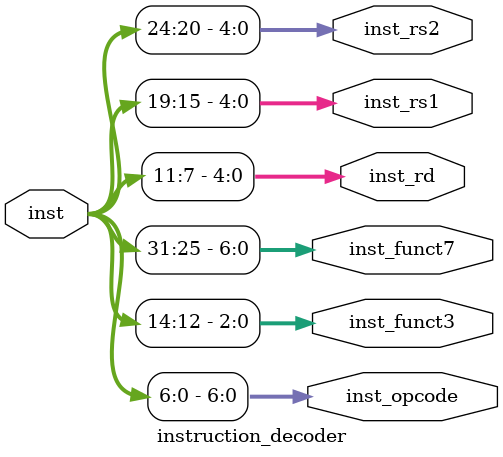
<source format=sv>
`include "config.sv"
`include "constants.sv"

module instruction_decoder(
    input [31:0] inst,
    output [6:0] inst_opcode,
    output [2:0] inst_funct3,
    output [6:0] inst_funct7,
    output [4:0] inst_rd,
    output [4:0] inst_rs1,
    output [4:0] inst_rs2
);

assign inst_opcode = inst[6:0];
assign inst_rd = inst[11:7];
assign inst_funct3 = inst[14:12];
assign inst_rs1 = inst[19:15];
assign inst_rs2 = inst[24:20];
assign inst_funct7 = inst[31:25];

endmodule

</source>
